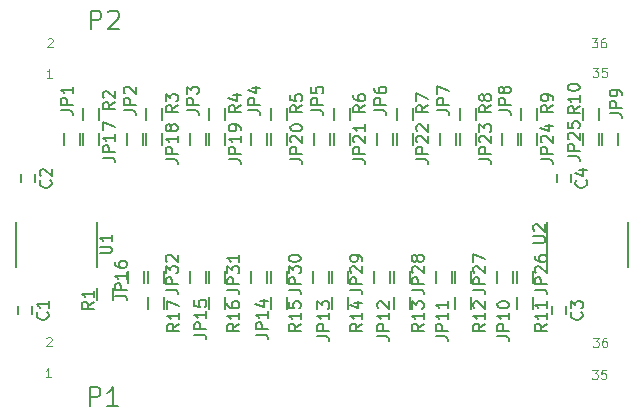
<source format=gbr>
G04 #@! TF.FileFunction,Legend,Top*
%FSLAX46Y46*%
G04 Gerber Fmt 4.6, Leading zero omitted, Abs format (unit mm)*
G04 Created by KiCad (PCBNEW 4.0.2+dfsg1-stable) date Thu 26 Jul 2018 23:23:47 BST*
%MOMM*%
G01*
G04 APERTURE LIST*
%ADD10C,0.100000*%
%ADD11C,0.097536*%
%ADD12C,0.150000*%
%ADD13C,0.152400*%
%ADD14C,0.198120*%
G04 APERTURE END LIST*
D10*
D11*
X171171689Y-118710770D02*
X171649692Y-118710770D01*
X171392306Y-119004927D01*
X171502614Y-119004927D01*
X171576153Y-119041696D01*
X171612923Y-119078466D01*
X171649692Y-119152005D01*
X171649692Y-119335852D01*
X171612923Y-119409391D01*
X171576153Y-119446161D01*
X171502614Y-119482930D01*
X171281997Y-119482930D01*
X171208458Y-119446161D01*
X171171689Y-119409391D01*
X172348313Y-118710770D02*
X171980618Y-118710770D01*
X171943848Y-119078466D01*
X171980618Y-119041696D01*
X172054157Y-119004927D01*
X172238004Y-119004927D01*
X172311543Y-119041696D01*
X172348313Y-119078466D01*
X172385082Y-119152005D01*
X172385082Y-119335852D01*
X172348313Y-119409391D01*
X172311543Y-119446161D01*
X172238004Y-119482930D01*
X172054157Y-119482930D01*
X171980618Y-119446161D01*
X171943848Y-119409391D01*
X124981063Y-116025870D02*
X125017833Y-115989100D01*
X125091372Y-115952330D01*
X125275219Y-115952330D01*
X125348758Y-115989100D01*
X125385528Y-116025870D01*
X125422297Y-116099409D01*
X125422297Y-116172948D01*
X125385528Y-116283256D01*
X124944294Y-116724490D01*
X125422297Y-116724490D01*
X125361337Y-119327990D02*
X124920103Y-119327990D01*
X125140720Y-119327990D02*
X125140720Y-118555830D01*
X125067181Y-118666139D01*
X124993642Y-118739678D01*
X124920103Y-118776448D01*
X125462937Y-93994030D02*
X125021703Y-93994030D01*
X125242320Y-93994030D02*
X125242320Y-93221870D01*
X125168781Y-93332179D01*
X125095242Y-93405718D01*
X125021703Y-93442488D01*
X125082663Y-90691910D02*
X125119433Y-90655140D01*
X125192972Y-90618370D01*
X125376819Y-90618370D01*
X125450358Y-90655140D01*
X125487128Y-90691910D01*
X125523897Y-90765449D01*
X125523897Y-90838988D01*
X125487128Y-90949296D01*
X125045894Y-91390530D01*
X125523897Y-91390530D01*
X171153909Y-90636150D02*
X171631912Y-90636150D01*
X171374526Y-90930307D01*
X171484834Y-90930307D01*
X171558373Y-90967076D01*
X171595143Y-91003846D01*
X171631912Y-91077385D01*
X171631912Y-91261232D01*
X171595143Y-91334771D01*
X171558373Y-91371541D01*
X171484834Y-91408310D01*
X171264217Y-91408310D01*
X171190678Y-91371541D01*
X171153909Y-91334771D01*
X172293763Y-90636150D02*
X172146685Y-90636150D01*
X172073146Y-90672920D01*
X172036377Y-90709690D01*
X171962838Y-90819998D01*
X171926068Y-90967076D01*
X171926068Y-91261232D01*
X171962838Y-91334771D01*
X171999607Y-91371541D01*
X172073146Y-91408310D01*
X172220224Y-91408310D01*
X172293763Y-91371541D01*
X172330533Y-91334771D01*
X172367302Y-91261232D01*
X172367302Y-91077385D01*
X172330533Y-91003846D01*
X172293763Y-90967076D01*
X172220224Y-90930307D01*
X172073146Y-90930307D01*
X171999607Y-90967076D01*
X171962838Y-91003846D01*
X171926068Y-91077385D01*
X171230109Y-93150750D02*
X171708112Y-93150750D01*
X171450726Y-93444907D01*
X171561034Y-93444907D01*
X171634573Y-93481676D01*
X171671343Y-93518446D01*
X171708112Y-93591985D01*
X171708112Y-93775832D01*
X171671343Y-93849371D01*
X171634573Y-93886141D01*
X171561034Y-93922910D01*
X171340417Y-93922910D01*
X171266878Y-93886141D01*
X171230109Y-93849371D01*
X172406733Y-93150750D02*
X172039038Y-93150750D01*
X172002268Y-93518446D01*
X172039038Y-93481676D01*
X172112577Y-93444907D01*
X172296424Y-93444907D01*
X172369963Y-93481676D01*
X172406733Y-93518446D01*
X172443502Y-93591985D01*
X172443502Y-93775832D01*
X172406733Y-93849371D01*
X172369963Y-93886141D01*
X172296424Y-93922910D01*
X172112577Y-93922910D01*
X172039038Y-93886141D01*
X172002268Y-93849371D01*
X171255509Y-116010750D02*
X171733512Y-116010750D01*
X171476126Y-116304907D01*
X171586434Y-116304907D01*
X171659973Y-116341676D01*
X171696743Y-116378446D01*
X171733512Y-116451985D01*
X171733512Y-116635832D01*
X171696743Y-116709371D01*
X171659973Y-116746141D01*
X171586434Y-116782910D01*
X171365817Y-116782910D01*
X171292278Y-116746141D01*
X171255509Y-116709371D01*
X172395363Y-116010750D02*
X172248285Y-116010750D01*
X172174746Y-116047520D01*
X172137977Y-116084290D01*
X172064438Y-116194598D01*
X172027668Y-116341676D01*
X172027668Y-116635832D01*
X172064438Y-116709371D01*
X172101207Y-116746141D01*
X172174746Y-116782910D01*
X172321824Y-116782910D01*
X172395363Y-116746141D01*
X172432133Y-116709371D01*
X172468902Y-116635832D01*
X172468902Y-116451985D01*
X172432133Y-116378446D01*
X172395363Y-116341676D01*
X172321824Y-116304907D01*
X172174746Y-116304907D01*
X172101207Y-116341676D01*
X172064438Y-116378446D01*
X172027668Y-116451985D01*
D12*
X123790000Y-113315000D02*
X123790000Y-114015000D01*
X122590000Y-114015000D02*
X122590000Y-113315000D01*
X122844000Y-102839000D02*
X122844000Y-102139000D01*
X124044000Y-102139000D02*
X124044000Y-102839000D01*
X169002000Y-113315000D02*
X169002000Y-114015000D01*
X167802000Y-114015000D02*
X167802000Y-113315000D01*
X168183000Y-102839000D02*
X168183000Y-102139000D01*
X169383000Y-102139000D02*
X169383000Y-102839000D01*
X127802000Y-98687000D02*
X127802000Y-99687000D01*
X126452000Y-99687000D02*
X126452000Y-98687000D01*
X133136000Y-98687000D02*
X133136000Y-99687000D01*
X131786000Y-99687000D02*
X131786000Y-98687000D01*
X138470000Y-98687000D02*
X138470000Y-99687000D01*
X137120000Y-99687000D02*
X137120000Y-98687000D01*
X143677000Y-98687000D02*
X143677000Y-99687000D01*
X142327000Y-99687000D02*
X142327000Y-98687000D01*
X149011000Y-98687000D02*
X149011000Y-99687000D01*
X147661000Y-99687000D02*
X147661000Y-98687000D01*
X154345000Y-98687000D02*
X154345000Y-99687000D01*
X152995000Y-99687000D02*
X152995000Y-98687000D01*
X159679000Y-98687000D02*
X159679000Y-99687000D01*
X158329000Y-99687000D02*
X158329000Y-98687000D01*
X164886000Y-98687000D02*
X164886000Y-99687000D01*
X163536000Y-99687000D02*
X163536000Y-98687000D01*
X173395000Y-98687000D02*
X173395000Y-99687000D01*
X172045000Y-99687000D02*
X172045000Y-98687000D01*
X164505000Y-110371000D02*
X164505000Y-111371000D01*
X163155000Y-111371000D02*
X163155000Y-110371000D01*
X159298000Y-110371000D02*
X159298000Y-111371000D01*
X157948000Y-111371000D02*
X157948000Y-110371000D01*
X154091000Y-110371000D02*
X154091000Y-111371000D01*
X152741000Y-111371000D02*
X152741000Y-110371000D01*
X148884000Y-110371000D02*
X148884000Y-111371000D01*
X147534000Y-111371000D02*
X147534000Y-110371000D01*
X143677000Y-110371000D02*
X143677000Y-111371000D01*
X142327000Y-111371000D02*
X142327000Y-110371000D01*
X138470000Y-110371000D02*
X138470000Y-111371000D01*
X137120000Y-111371000D02*
X137120000Y-110371000D01*
X133263000Y-110371000D02*
X133263000Y-111371000D01*
X131913000Y-111371000D02*
X131913000Y-110371000D01*
X129453000Y-98687000D02*
X129453000Y-99687000D01*
X128103000Y-99687000D02*
X128103000Y-98687000D01*
X134787000Y-98687000D02*
X134787000Y-99687000D01*
X133437000Y-99687000D02*
X133437000Y-98687000D01*
X140121000Y-98687000D02*
X140121000Y-99687000D01*
X138771000Y-99687000D02*
X138771000Y-98687000D01*
X145328000Y-98687000D02*
X145328000Y-99687000D01*
X143978000Y-99687000D02*
X143978000Y-98687000D01*
X150662000Y-98687000D02*
X150662000Y-99687000D01*
X149312000Y-99687000D02*
X149312000Y-98687000D01*
X155996000Y-98687000D02*
X155996000Y-99687000D01*
X154646000Y-99687000D02*
X154646000Y-98687000D01*
X161330000Y-98687000D02*
X161330000Y-99687000D01*
X159980000Y-99687000D02*
X159980000Y-98687000D01*
X166537000Y-98687000D02*
X166537000Y-99687000D01*
X165187000Y-99687000D02*
X165187000Y-98687000D01*
X171744000Y-98687000D02*
X171744000Y-99687000D01*
X170394000Y-99687000D02*
X170394000Y-98687000D01*
X164806000Y-111371000D02*
X164806000Y-110371000D01*
X166156000Y-110371000D02*
X166156000Y-111371000D01*
X159599000Y-111371000D02*
X159599000Y-110371000D01*
X160949000Y-110371000D02*
X160949000Y-111371000D01*
X154392000Y-111371000D02*
X154392000Y-110371000D01*
X155742000Y-110371000D02*
X155742000Y-111371000D01*
X149185000Y-111371000D02*
X149185000Y-110371000D01*
X150535000Y-110371000D02*
X150535000Y-111371000D01*
X143978000Y-111371000D02*
X143978000Y-110371000D01*
X145328000Y-110371000D02*
X145328000Y-111371000D01*
X138771000Y-111371000D02*
X138771000Y-110371000D01*
X140121000Y-110371000D02*
X140121000Y-111371000D01*
X133564000Y-111371000D02*
X133564000Y-110371000D01*
X134914000Y-110371000D02*
X134914000Y-111371000D01*
X129246000Y-112768000D02*
X129246000Y-111768000D01*
X130596000Y-111768000D02*
X130596000Y-112768000D01*
X128103000Y-97528000D02*
X128103000Y-96528000D01*
X129453000Y-96528000D02*
X129453000Y-97528000D01*
X133437000Y-97528000D02*
X133437000Y-96528000D01*
X134787000Y-96528000D02*
X134787000Y-97528000D01*
X138771000Y-97528000D02*
X138771000Y-96528000D01*
X140121000Y-96528000D02*
X140121000Y-97528000D01*
X143978000Y-97528000D02*
X143978000Y-96528000D01*
X145328000Y-96528000D02*
X145328000Y-97528000D01*
X149312000Y-97528000D02*
X149312000Y-96528000D01*
X150662000Y-96528000D02*
X150662000Y-97528000D01*
X154646000Y-97528000D02*
X154646000Y-96528000D01*
X155996000Y-96528000D02*
X155996000Y-97528000D01*
X159980000Y-97528000D02*
X159980000Y-96528000D01*
X161330000Y-96528000D02*
X161330000Y-97528000D01*
X165187000Y-97528000D02*
X165187000Y-96528000D01*
X166537000Y-96528000D02*
X166537000Y-97528000D01*
X170394000Y-97528000D02*
X170394000Y-96528000D01*
X171744000Y-96528000D02*
X171744000Y-97528000D01*
X166156000Y-112530000D02*
X166156000Y-113530000D01*
X164806000Y-113530000D02*
X164806000Y-112530000D01*
X160949000Y-112530000D02*
X160949000Y-113530000D01*
X159599000Y-113530000D02*
X159599000Y-112530000D01*
X155742000Y-112530000D02*
X155742000Y-113530000D01*
X154392000Y-113530000D02*
X154392000Y-112530000D01*
X150535000Y-112530000D02*
X150535000Y-113530000D01*
X149185000Y-113530000D02*
X149185000Y-112530000D01*
X145328000Y-112530000D02*
X145328000Y-113530000D01*
X143978000Y-113530000D02*
X143978000Y-112530000D01*
X140121000Y-112530000D02*
X140121000Y-113530000D01*
X138771000Y-113530000D02*
X138771000Y-112530000D01*
X134914000Y-112530000D02*
X134914000Y-113530000D01*
X133564000Y-113530000D02*
X133564000Y-112530000D01*
D13*
X129286000Y-109992564D02*
X129286000Y-106161449D01*
X122428000Y-106161436D02*
X122428000Y-109992551D01*
X174244000Y-109992564D02*
X174244000Y-106161449D01*
X167386000Y-106161436D02*
X167386000Y-109992551D01*
D14*
X128656654Y-121758317D02*
X128656654Y-120189867D01*
X129254159Y-120189867D01*
X129403535Y-120264555D01*
X129478224Y-120339243D01*
X129552912Y-120488619D01*
X129552912Y-120712684D01*
X129478224Y-120862060D01*
X129403535Y-120936748D01*
X129254159Y-121011436D01*
X128656654Y-121011436D01*
X131046674Y-121758317D02*
X130150416Y-121758317D01*
X130598545Y-121758317D02*
X130598545Y-120189867D01*
X130449169Y-120413931D01*
X130299793Y-120563307D01*
X130150416Y-120637995D01*
D12*
D14*
X128737934Y-89858457D02*
X128737934Y-88290007D01*
X129335439Y-88290007D01*
X129484815Y-88364695D01*
X129559504Y-88439383D01*
X129634192Y-88588759D01*
X129634192Y-88812824D01*
X129559504Y-88962200D01*
X129484815Y-89036888D01*
X129335439Y-89111576D01*
X128737934Y-89111576D01*
X130231696Y-88439383D02*
X130306384Y-88364695D01*
X130455761Y-88290007D01*
X130829201Y-88290007D01*
X130978577Y-88364695D01*
X131053265Y-88439383D01*
X131127954Y-88588759D01*
X131127954Y-88738135D01*
X131053265Y-88962200D01*
X130157008Y-89858457D01*
X131127954Y-89858457D01*
D12*
X125071143Y-113831666D02*
X125118762Y-113879285D01*
X125166381Y-114022142D01*
X125166381Y-114117380D01*
X125118762Y-114260238D01*
X125023524Y-114355476D01*
X124928286Y-114403095D01*
X124737810Y-114450714D01*
X124594952Y-114450714D01*
X124404476Y-114403095D01*
X124309238Y-114355476D01*
X124214000Y-114260238D01*
X124166381Y-114117380D01*
X124166381Y-114022142D01*
X124214000Y-113879285D01*
X124261619Y-113831666D01*
X125166381Y-112879285D02*
X125166381Y-113450714D01*
X125166381Y-113165000D02*
X124166381Y-113165000D01*
X124309238Y-113260238D01*
X124404476Y-113355476D01*
X124452095Y-113450714D01*
X125325143Y-102655666D02*
X125372762Y-102703285D01*
X125420381Y-102846142D01*
X125420381Y-102941380D01*
X125372762Y-103084238D01*
X125277524Y-103179476D01*
X125182286Y-103227095D01*
X124991810Y-103274714D01*
X124848952Y-103274714D01*
X124658476Y-103227095D01*
X124563238Y-103179476D01*
X124468000Y-103084238D01*
X124420381Y-102941380D01*
X124420381Y-102846142D01*
X124468000Y-102703285D01*
X124515619Y-102655666D01*
X124515619Y-102274714D02*
X124468000Y-102227095D01*
X124420381Y-102131857D01*
X124420381Y-101893761D01*
X124468000Y-101798523D01*
X124515619Y-101750904D01*
X124610857Y-101703285D01*
X124706095Y-101703285D01*
X124848952Y-101750904D01*
X125420381Y-102322333D01*
X125420381Y-101703285D01*
X170283143Y-113831666D02*
X170330762Y-113879285D01*
X170378381Y-114022142D01*
X170378381Y-114117380D01*
X170330762Y-114260238D01*
X170235524Y-114355476D01*
X170140286Y-114403095D01*
X169949810Y-114450714D01*
X169806952Y-114450714D01*
X169616476Y-114403095D01*
X169521238Y-114355476D01*
X169426000Y-114260238D01*
X169378381Y-114117380D01*
X169378381Y-114022142D01*
X169426000Y-113879285D01*
X169473619Y-113831666D01*
X169378381Y-113498333D02*
X169378381Y-112879285D01*
X169759333Y-113212619D01*
X169759333Y-113069761D01*
X169806952Y-112974523D01*
X169854571Y-112926904D01*
X169949810Y-112879285D01*
X170187905Y-112879285D01*
X170283143Y-112926904D01*
X170330762Y-112974523D01*
X170378381Y-113069761D01*
X170378381Y-113355476D01*
X170330762Y-113450714D01*
X170283143Y-113498333D01*
X170664143Y-102655666D02*
X170711762Y-102703285D01*
X170759381Y-102846142D01*
X170759381Y-102941380D01*
X170711762Y-103084238D01*
X170616524Y-103179476D01*
X170521286Y-103227095D01*
X170330810Y-103274714D01*
X170187952Y-103274714D01*
X169997476Y-103227095D01*
X169902238Y-103179476D01*
X169807000Y-103084238D01*
X169759381Y-102941380D01*
X169759381Y-102846142D01*
X169807000Y-102703285D01*
X169854619Y-102655666D01*
X170092714Y-101798523D02*
X170759381Y-101798523D01*
X169711762Y-102036619D02*
X170426048Y-102274714D01*
X170426048Y-101655666D01*
X126198381Y-96718333D02*
X126912667Y-96718333D01*
X127055524Y-96765953D01*
X127150762Y-96861191D01*
X127198381Y-97004048D01*
X127198381Y-97099286D01*
X127198381Y-96242143D02*
X126198381Y-96242143D01*
X126198381Y-95861190D01*
X126246000Y-95765952D01*
X126293619Y-95718333D01*
X126388857Y-95670714D01*
X126531714Y-95670714D01*
X126626952Y-95718333D01*
X126674571Y-95765952D01*
X126722190Y-95861190D01*
X126722190Y-96242143D01*
X127198381Y-94718333D02*
X127198381Y-95289762D01*
X127198381Y-95004048D02*
X126198381Y-95004048D01*
X126341238Y-95099286D01*
X126436476Y-95194524D01*
X126484095Y-95289762D01*
X131532381Y-96718333D02*
X132246667Y-96718333D01*
X132389524Y-96765953D01*
X132484762Y-96861191D01*
X132532381Y-97004048D01*
X132532381Y-97099286D01*
X132532381Y-96242143D02*
X131532381Y-96242143D01*
X131532381Y-95861190D01*
X131580000Y-95765952D01*
X131627619Y-95718333D01*
X131722857Y-95670714D01*
X131865714Y-95670714D01*
X131960952Y-95718333D01*
X132008571Y-95765952D01*
X132056190Y-95861190D01*
X132056190Y-96242143D01*
X131627619Y-95289762D02*
X131580000Y-95242143D01*
X131532381Y-95146905D01*
X131532381Y-94908809D01*
X131580000Y-94813571D01*
X131627619Y-94765952D01*
X131722857Y-94718333D01*
X131818095Y-94718333D01*
X131960952Y-94765952D01*
X132532381Y-95337381D01*
X132532381Y-94718333D01*
X136866381Y-96718333D02*
X137580667Y-96718333D01*
X137723524Y-96765953D01*
X137818762Y-96861191D01*
X137866381Y-97004048D01*
X137866381Y-97099286D01*
X137866381Y-96242143D02*
X136866381Y-96242143D01*
X136866381Y-95861190D01*
X136914000Y-95765952D01*
X136961619Y-95718333D01*
X137056857Y-95670714D01*
X137199714Y-95670714D01*
X137294952Y-95718333D01*
X137342571Y-95765952D01*
X137390190Y-95861190D01*
X137390190Y-96242143D01*
X136866381Y-95337381D02*
X136866381Y-94718333D01*
X137247333Y-95051667D01*
X137247333Y-94908809D01*
X137294952Y-94813571D01*
X137342571Y-94765952D01*
X137437810Y-94718333D01*
X137675905Y-94718333D01*
X137771143Y-94765952D01*
X137818762Y-94813571D01*
X137866381Y-94908809D01*
X137866381Y-95194524D01*
X137818762Y-95289762D01*
X137771143Y-95337381D01*
X142073381Y-96718333D02*
X142787667Y-96718333D01*
X142930524Y-96765953D01*
X143025762Y-96861191D01*
X143073381Y-97004048D01*
X143073381Y-97099286D01*
X143073381Y-96242143D02*
X142073381Y-96242143D01*
X142073381Y-95861190D01*
X142121000Y-95765952D01*
X142168619Y-95718333D01*
X142263857Y-95670714D01*
X142406714Y-95670714D01*
X142501952Y-95718333D01*
X142549571Y-95765952D01*
X142597190Y-95861190D01*
X142597190Y-96242143D01*
X142406714Y-94813571D02*
X143073381Y-94813571D01*
X142025762Y-95051667D02*
X142740048Y-95289762D01*
X142740048Y-94670714D01*
X147407381Y-96718333D02*
X148121667Y-96718333D01*
X148264524Y-96765953D01*
X148359762Y-96861191D01*
X148407381Y-97004048D01*
X148407381Y-97099286D01*
X148407381Y-96242143D02*
X147407381Y-96242143D01*
X147407381Y-95861190D01*
X147455000Y-95765952D01*
X147502619Y-95718333D01*
X147597857Y-95670714D01*
X147740714Y-95670714D01*
X147835952Y-95718333D01*
X147883571Y-95765952D01*
X147931190Y-95861190D01*
X147931190Y-96242143D01*
X147407381Y-94765952D02*
X147407381Y-95242143D01*
X147883571Y-95289762D01*
X147835952Y-95242143D01*
X147788333Y-95146905D01*
X147788333Y-94908809D01*
X147835952Y-94813571D01*
X147883571Y-94765952D01*
X147978810Y-94718333D01*
X148216905Y-94718333D01*
X148312143Y-94765952D01*
X148359762Y-94813571D01*
X148407381Y-94908809D01*
X148407381Y-95146905D01*
X148359762Y-95242143D01*
X148312143Y-95289762D01*
X152741381Y-96718333D02*
X153455667Y-96718333D01*
X153598524Y-96765953D01*
X153693762Y-96861191D01*
X153741381Y-97004048D01*
X153741381Y-97099286D01*
X153741381Y-96242143D02*
X152741381Y-96242143D01*
X152741381Y-95861190D01*
X152789000Y-95765952D01*
X152836619Y-95718333D01*
X152931857Y-95670714D01*
X153074714Y-95670714D01*
X153169952Y-95718333D01*
X153217571Y-95765952D01*
X153265190Y-95861190D01*
X153265190Y-96242143D01*
X152741381Y-94813571D02*
X152741381Y-95004048D01*
X152789000Y-95099286D01*
X152836619Y-95146905D01*
X152979476Y-95242143D01*
X153169952Y-95289762D01*
X153550905Y-95289762D01*
X153646143Y-95242143D01*
X153693762Y-95194524D01*
X153741381Y-95099286D01*
X153741381Y-94908809D01*
X153693762Y-94813571D01*
X153646143Y-94765952D01*
X153550905Y-94718333D01*
X153312810Y-94718333D01*
X153217571Y-94765952D01*
X153169952Y-94813571D01*
X153122333Y-94908809D01*
X153122333Y-95099286D01*
X153169952Y-95194524D01*
X153217571Y-95242143D01*
X153312810Y-95289762D01*
X158075381Y-96718333D02*
X158789667Y-96718333D01*
X158932524Y-96765953D01*
X159027762Y-96861191D01*
X159075381Y-97004048D01*
X159075381Y-97099286D01*
X159075381Y-96242143D02*
X158075381Y-96242143D01*
X158075381Y-95861190D01*
X158123000Y-95765952D01*
X158170619Y-95718333D01*
X158265857Y-95670714D01*
X158408714Y-95670714D01*
X158503952Y-95718333D01*
X158551571Y-95765952D01*
X158599190Y-95861190D01*
X158599190Y-96242143D01*
X158075381Y-95337381D02*
X158075381Y-94670714D01*
X159075381Y-95099286D01*
X163282381Y-96718333D02*
X163996667Y-96718333D01*
X164139524Y-96765953D01*
X164234762Y-96861191D01*
X164282381Y-97004048D01*
X164282381Y-97099286D01*
X164282381Y-96242143D02*
X163282381Y-96242143D01*
X163282381Y-95861190D01*
X163330000Y-95765952D01*
X163377619Y-95718333D01*
X163472857Y-95670714D01*
X163615714Y-95670714D01*
X163710952Y-95718333D01*
X163758571Y-95765952D01*
X163806190Y-95861190D01*
X163806190Y-96242143D01*
X163710952Y-95099286D02*
X163663333Y-95194524D01*
X163615714Y-95242143D01*
X163520476Y-95289762D01*
X163472857Y-95289762D01*
X163377619Y-95242143D01*
X163330000Y-95194524D01*
X163282381Y-95099286D01*
X163282381Y-94908809D01*
X163330000Y-94813571D01*
X163377619Y-94765952D01*
X163472857Y-94718333D01*
X163520476Y-94718333D01*
X163615714Y-94765952D01*
X163663333Y-94813571D01*
X163710952Y-94908809D01*
X163710952Y-95099286D01*
X163758571Y-95194524D01*
X163806190Y-95242143D01*
X163901429Y-95289762D01*
X164091905Y-95289762D01*
X164187143Y-95242143D01*
X164234762Y-95194524D01*
X164282381Y-95099286D01*
X164282381Y-94908809D01*
X164234762Y-94813571D01*
X164187143Y-94765952D01*
X164091905Y-94718333D01*
X163901429Y-94718333D01*
X163806190Y-94765952D01*
X163758571Y-94813571D01*
X163710952Y-94908809D01*
X172680381Y-96972333D02*
X173394667Y-96972333D01*
X173537524Y-97019953D01*
X173632762Y-97115191D01*
X173680381Y-97258048D01*
X173680381Y-97353286D01*
X173680381Y-96496143D02*
X172680381Y-96496143D01*
X172680381Y-96115190D01*
X172728000Y-96019952D01*
X172775619Y-95972333D01*
X172870857Y-95924714D01*
X173013714Y-95924714D01*
X173108952Y-95972333D01*
X173156571Y-96019952D01*
X173204190Y-96115190D01*
X173204190Y-96496143D01*
X173680381Y-95448524D02*
X173680381Y-95258048D01*
X173632762Y-95162809D01*
X173585143Y-95115190D01*
X173442286Y-95019952D01*
X173251810Y-94972333D01*
X172870857Y-94972333D01*
X172775619Y-95019952D01*
X172728000Y-95067571D01*
X172680381Y-95162809D01*
X172680381Y-95353286D01*
X172728000Y-95448524D01*
X172775619Y-95496143D01*
X172870857Y-95543762D01*
X173108952Y-95543762D01*
X173204190Y-95496143D01*
X173251810Y-95448524D01*
X173299429Y-95353286D01*
X173299429Y-95162809D01*
X173251810Y-95067571D01*
X173204190Y-95019952D01*
X173108952Y-94972333D01*
X163155381Y-115863523D02*
X163869667Y-115863523D01*
X164012524Y-115911143D01*
X164107762Y-116006381D01*
X164155381Y-116149238D01*
X164155381Y-116244476D01*
X164155381Y-115387333D02*
X163155381Y-115387333D01*
X163155381Y-115006380D01*
X163203000Y-114911142D01*
X163250619Y-114863523D01*
X163345857Y-114815904D01*
X163488714Y-114815904D01*
X163583952Y-114863523D01*
X163631571Y-114911142D01*
X163679190Y-115006380D01*
X163679190Y-115387333D01*
X164155381Y-113863523D02*
X164155381Y-114434952D01*
X164155381Y-114149238D02*
X163155381Y-114149238D01*
X163298238Y-114244476D01*
X163393476Y-114339714D01*
X163441095Y-114434952D01*
X163155381Y-113244476D02*
X163155381Y-113149237D01*
X163203000Y-113053999D01*
X163250619Y-113006380D01*
X163345857Y-112958761D01*
X163536333Y-112911142D01*
X163774429Y-112911142D01*
X163964905Y-112958761D01*
X164060143Y-113006380D01*
X164107762Y-113053999D01*
X164155381Y-113149237D01*
X164155381Y-113244476D01*
X164107762Y-113339714D01*
X164060143Y-113387333D01*
X163964905Y-113434952D01*
X163774429Y-113482571D01*
X163536333Y-113482571D01*
X163345857Y-113434952D01*
X163250619Y-113387333D01*
X163203000Y-113339714D01*
X163155381Y-113244476D01*
X157948381Y-115863523D02*
X158662667Y-115863523D01*
X158805524Y-115911143D01*
X158900762Y-116006381D01*
X158948381Y-116149238D01*
X158948381Y-116244476D01*
X158948381Y-115387333D02*
X157948381Y-115387333D01*
X157948381Y-115006380D01*
X157996000Y-114911142D01*
X158043619Y-114863523D01*
X158138857Y-114815904D01*
X158281714Y-114815904D01*
X158376952Y-114863523D01*
X158424571Y-114911142D01*
X158472190Y-115006380D01*
X158472190Y-115387333D01*
X158948381Y-113863523D02*
X158948381Y-114434952D01*
X158948381Y-114149238D02*
X157948381Y-114149238D01*
X158091238Y-114244476D01*
X158186476Y-114339714D01*
X158234095Y-114434952D01*
X158948381Y-112911142D02*
X158948381Y-113482571D01*
X158948381Y-113196857D02*
X157948381Y-113196857D01*
X158091238Y-113292095D01*
X158186476Y-113387333D01*
X158234095Y-113482571D01*
X152995381Y-115863523D02*
X153709667Y-115863523D01*
X153852524Y-115911143D01*
X153947762Y-116006381D01*
X153995381Y-116149238D01*
X153995381Y-116244476D01*
X153995381Y-115387333D02*
X152995381Y-115387333D01*
X152995381Y-115006380D01*
X153043000Y-114911142D01*
X153090619Y-114863523D01*
X153185857Y-114815904D01*
X153328714Y-114815904D01*
X153423952Y-114863523D01*
X153471571Y-114911142D01*
X153519190Y-115006380D01*
X153519190Y-115387333D01*
X153995381Y-113863523D02*
X153995381Y-114434952D01*
X153995381Y-114149238D02*
X152995381Y-114149238D01*
X153138238Y-114244476D01*
X153233476Y-114339714D01*
X153281095Y-114434952D01*
X153090619Y-113482571D02*
X153043000Y-113434952D01*
X152995381Y-113339714D01*
X152995381Y-113101618D01*
X153043000Y-113006380D01*
X153090619Y-112958761D01*
X153185857Y-112911142D01*
X153281095Y-112911142D01*
X153423952Y-112958761D01*
X153995381Y-113530190D01*
X153995381Y-112911142D01*
X147915381Y-115863523D02*
X148629667Y-115863523D01*
X148772524Y-115911143D01*
X148867762Y-116006381D01*
X148915381Y-116149238D01*
X148915381Y-116244476D01*
X148915381Y-115387333D02*
X147915381Y-115387333D01*
X147915381Y-115006380D01*
X147963000Y-114911142D01*
X148010619Y-114863523D01*
X148105857Y-114815904D01*
X148248714Y-114815904D01*
X148343952Y-114863523D01*
X148391571Y-114911142D01*
X148439190Y-115006380D01*
X148439190Y-115387333D01*
X148915381Y-113863523D02*
X148915381Y-114434952D01*
X148915381Y-114149238D02*
X147915381Y-114149238D01*
X148058238Y-114244476D01*
X148153476Y-114339714D01*
X148201095Y-114434952D01*
X147915381Y-113530190D02*
X147915381Y-112911142D01*
X148296333Y-113244476D01*
X148296333Y-113101618D01*
X148343952Y-113006380D01*
X148391571Y-112958761D01*
X148486810Y-112911142D01*
X148724905Y-112911142D01*
X148820143Y-112958761D01*
X148867762Y-113006380D01*
X148915381Y-113101618D01*
X148915381Y-113387333D01*
X148867762Y-113482571D01*
X148820143Y-113530190D01*
X142708381Y-115736523D02*
X143422667Y-115736523D01*
X143565524Y-115784143D01*
X143660762Y-115879381D01*
X143708381Y-116022238D01*
X143708381Y-116117476D01*
X143708381Y-115260333D02*
X142708381Y-115260333D01*
X142708381Y-114879380D01*
X142756000Y-114784142D01*
X142803619Y-114736523D01*
X142898857Y-114688904D01*
X143041714Y-114688904D01*
X143136952Y-114736523D01*
X143184571Y-114784142D01*
X143232190Y-114879380D01*
X143232190Y-115260333D01*
X143708381Y-113736523D02*
X143708381Y-114307952D01*
X143708381Y-114022238D02*
X142708381Y-114022238D01*
X142851238Y-114117476D01*
X142946476Y-114212714D01*
X142994095Y-114307952D01*
X143041714Y-112879380D02*
X143708381Y-112879380D01*
X142660762Y-113117476D02*
X143375048Y-113355571D01*
X143375048Y-112736523D01*
X137501381Y-115736523D02*
X138215667Y-115736523D01*
X138358524Y-115784143D01*
X138453762Y-115879381D01*
X138501381Y-116022238D01*
X138501381Y-116117476D01*
X138501381Y-115260333D02*
X137501381Y-115260333D01*
X137501381Y-114879380D01*
X137549000Y-114784142D01*
X137596619Y-114736523D01*
X137691857Y-114688904D01*
X137834714Y-114688904D01*
X137929952Y-114736523D01*
X137977571Y-114784142D01*
X138025190Y-114879380D01*
X138025190Y-115260333D01*
X138501381Y-113736523D02*
X138501381Y-114307952D01*
X138501381Y-114022238D02*
X137501381Y-114022238D01*
X137644238Y-114117476D01*
X137739476Y-114212714D01*
X137787095Y-114307952D01*
X137501381Y-112831761D02*
X137501381Y-113307952D01*
X137977571Y-113355571D01*
X137929952Y-113307952D01*
X137882333Y-113212714D01*
X137882333Y-112974618D01*
X137929952Y-112879380D01*
X137977571Y-112831761D01*
X138072810Y-112784142D01*
X138310905Y-112784142D01*
X138406143Y-112831761D01*
X138453762Y-112879380D01*
X138501381Y-112974618D01*
X138501381Y-113212714D01*
X138453762Y-113307952D01*
X138406143Y-113355571D01*
X130770381Y-112434523D02*
X131484667Y-112434523D01*
X131627524Y-112482143D01*
X131722762Y-112577381D01*
X131770381Y-112720238D01*
X131770381Y-112815476D01*
X131770381Y-111958333D02*
X130770381Y-111958333D01*
X130770381Y-111577380D01*
X130818000Y-111482142D01*
X130865619Y-111434523D01*
X130960857Y-111386904D01*
X131103714Y-111386904D01*
X131198952Y-111434523D01*
X131246571Y-111482142D01*
X131294190Y-111577380D01*
X131294190Y-111958333D01*
X131770381Y-110434523D02*
X131770381Y-111005952D01*
X131770381Y-110720238D02*
X130770381Y-110720238D01*
X130913238Y-110815476D01*
X131008476Y-110910714D01*
X131056095Y-111005952D01*
X130770381Y-109577380D02*
X130770381Y-109767857D01*
X130818000Y-109863095D01*
X130865619Y-109910714D01*
X131008476Y-110005952D01*
X131198952Y-110053571D01*
X131579905Y-110053571D01*
X131675143Y-110005952D01*
X131722762Y-109958333D01*
X131770381Y-109863095D01*
X131770381Y-109672618D01*
X131722762Y-109577380D01*
X131675143Y-109529761D01*
X131579905Y-109482142D01*
X131341810Y-109482142D01*
X131246571Y-109529761D01*
X131198952Y-109577380D01*
X131151333Y-109672618D01*
X131151333Y-109863095D01*
X131198952Y-109958333D01*
X131246571Y-110005952D01*
X131341810Y-110053571D01*
X129754381Y-100750523D02*
X130468667Y-100750523D01*
X130611524Y-100798143D01*
X130706762Y-100893381D01*
X130754381Y-101036238D01*
X130754381Y-101131476D01*
X130754381Y-100274333D02*
X129754381Y-100274333D01*
X129754381Y-99893380D01*
X129802000Y-99798142D01*
X129849619Y-99750523D01*
X129944857Y-99702904D01*
X130087714Y-99702904D01*
X130182952Y-99750523D01*
X130230571Y-99798142D01*
X130278190Y-99893380D01*
X130278190Y-100274333D01*
X130754381Y-98750523D02*
X130754381Y-99321952D01*
X130754381Y-99036238D02*
X129754381Y-99036238D01*
X129897238Y-99131476D01*
X129992476Y-99226714D01*
X130040095Y-99321952D01*
X129754381Y-98417190D02*
X129754381Y-97750523D01*
X130754381Y-98179095D01*
X135088381Y-100877523D02*
X135802667Y-100877523D01*
X135945524Y-100925143D01*
X136040762Y-101020381D01*
X136088381Y-101163238D01*
X136088381Y-101258476D01*
X136088381Y-100401333D02*
X135088381Y-100401333D01*
X135088381Y-100020380D01*
X135136000Y-99925142D01*
X135183619Y-99877523D01*
X135278857Y-99829904D01*
X135421714Y-99829904D01*
X135516952Y-99877523D01*
X135564571Y-99925142D01*
X135612190Y-100020380D01*
X135612190Y-100401333D01*
X136088381Y-98877523D02*
X136088381Y-99448952D01*
X136088381Y-99163238D02*
X135088381Y-99163238D01*
X135231238Y-99258476D01*
X135326476Y-99353714D01*
X135374095Y-99448952D01*
X135516952Y-98306095D02*
X135469333Y-98401333D01*
X135421714Y-98448952D01*
X135326476Y-98496571D01*
X135278857Y-98496571D01*
X135183619Y-98448952D01*
X135136000Y-98401333D01*
X135088381Y-98306095D01*
X135088381Y-98115618D01*
X135136000Y-98020380D01*
X135183619Y-97972761D01*
X135278857Y-97925142D01*
X135326476Y-97925142D01*
X135421714Y-97972761D01*
X135469333Y-98020380D01*
X135516952Y-98115618D01*
X135516952Y-98306095D01*
X135564571Y-98401333D01*
X135612190Y-98448952D01*
X135707429Y-98496571D01*
X135897905Y-98496571D01*
X135993143Y-98448952D01*
X136040762Y-98401333D01*
X136088381Y-98306095D01*
X136088381Y-98115618D01*
X136040762Y-98020380D01*
X135993143Y-97972761D01*
X135897905Y-97925142D01*
X135707429Y-97925142D01*
X135612190Y-97972761D01*
X135564571Y-98020380D01*
X135516952Y-98115618D01*
X140422381Y-100877523D02*
X141136667Y-100877523D01*
X141279524Y-100925143D01*
X141374762Y-101020381D01*
X141422381Y-101163238D01*
X141422381Y-101258476D01*
X141422381Y-100401333D02*
X140422381Y-100401333D01*
X140422381Y-100020380D01*
X140470000Y-99925142D01*
X140517619Y-99877523D01*
X140612857Y-99829904D01*
X140755714Y-99829904D01*
X140850952Y-99877523D01*
X140898571Y-99925142D01*
X140946190Y-100020380D01*
X140946190Y-100401333D01*
X141422381Y-98877523D02*
X141422381Y-99448952D01*
X141422381Y-99163238D02*
X140422381Y-99163238D01*
X140565238Y-99258476D01*
X140660476Y-99353714D01*
X140708095Y-99448952D01*
X141422381Y-98401333D02*
X141422381Y-98210857D01*
X141374762Y-98115618D01*
X141327143Y-98067999D01*
X141184286Y-97972761D01*
X140993810Y-97925142D01*
X140612857Y-97925142D01*
X140517619Y-97972761D01*
X140470000Y-98020380D01*
X140422381Y-98115618D01*
X140422381Y-98306095D01*
X140470000Y-98401333D01*
X140517619Y-98448952D01*
X140612857Y-98496571D01*
X140850952Y-98496571D01*
X140946190Y-98448952D01*
X140993810Y-98401333D01*
X141041429Y-98306095D01*
X141041429Y-98115618D01*
X140993810Y-98020380D01*
X140946190Y-97972761D01*
X140850952Y-97925142D01*
X145629381Y-100877523D02*
X146343667Y-100877523D01*
X146486524Y-100925143D01*
X146581762Y-101020381D01*
X146629381Y-101163238D01*
X146629381Y-101258476D01*
X146629381Y-100401333D02*
X145629381Y-100401333D01*
X145629381Y-100020380D01*
X145677000Y-99925142D01*
X145724619Y-99877523D01*
X145819857Y-99829904D01*
X145962714Y-99829904D01*
X146057952Y-99877523D01*
X146105571Y-99925142D01*
X146153190Y-100020380D01*
X146153190Y-100401333D01*
X145724619Y-99448952D02*
X145677000Y-99401333D01*
X145629381Y-99306095D01*
X145629381Y-99067999D01*
X145677000Y-98972761D01*
X145724619Y-98925142D01*
X145819857Y-98877523D01*
X145915095Y-98877523D01*
X146057952Y-98925142D01*
X146629381Y-99496571D01*
X146629381Y-98877523D01*
X145629381Y-98258476D02*
X145629381Y-98163237D01*
X145677000Y-98067999D01*
X145724619Y-98020380D01*
X145819857Y-97972761D01*
X146010333Y-97925142D01*
X146248429Y-97925142D01*
X146438905Y-97972761D01*
X146534143Y-98020380D01*
X146581762Y-98067999D01*
X146629381Y-98163237D01*
X146629381Y-98258476D01*
X146581762Y-98353714D01*
X146534143Y-98401333D01*
X146438905Y-98448952D01*
X146248429Y-98496571D01*
X146010333Y-98496571D01*
X145819857Y-98448952D01*
X145724619Y-98401333D01*
X145677000Y-98353714D01*
X145629381Y-98258476D01*
X150963381Y-100877523D02*
X151677667Y-100877523D01*
X151820524Y-100925143D01*
X151915762Y-101020381D01*
X151963381Y-101163238D01*
X151963381Y-101258476D01*
X151963381Y-100401333D02*
X150963381Y-100401333D01*
X150963381Y-100020380D01*
X151011000Y-99925142D01*
X151058619Y-99877523D01*
X151153857Y-99829904D01*
X151296714Y-99829904D01*
X151391952Y-99877523D01*
X151439571Y-99925142D01*
X151487190Y-100020380D01*
X151487190Y-100401333D01*
X151058619Y-99448952D02*
X151011000Y-99401333D01*
X150963381Y-99306095D01*
X150963381Y-99067999D01*
X151011000Y-98972761D01*
X151058619Y-98925142D01*
X151153857Y-98877523D01*
X151249095Y-98877523D01*
X151391952Y-98925142D01*
X151963381Y-99496571D01*
X151963381Y-98877523D01*
X151963381Y-97925142D02*
X151963381Y-98496571D01*
X151963381Y-98210857D02*
X150963381Y-98210857D01*
X151106238Y-98306095D01*
X151201476Y-98401333D01*
X151249095Y-98496571D01*
X156297381Y-100877523D02*
X157011667Y-100877523D01*
X157154524Y-100925143D01*
X157249762Y-101020381D01*
X157297381Y-101163238D01*
X157297381Y-101258476D01*
X157297381Y-100401333D02*
X156297381Y-100401333D01*
X156297381Y-100020380D01*
X156345000Y-99925142D01*
X156392619Y-99877523D01*
X156487857Y-99829904D01*
X156630714Y-99829904D01*
X156725952Y-99877523D01*
X156773571Y-99925142D01*
X156821190Y-100020380D01*
X156821190Y-100401333D01*
X156392619Y-99448952D02*
X156345000Y-99401333D01*
X156297381Y-99306095D01*
X156297381Y-99067999D01*
X156345000Y-98972761D01*
X156392619Y-98925142D01*
X156487857Y-98877523D01*
X156583095Y-98877523D01*
X156725952Y-98925142D01*
X157297381Y-99496571D01*
X157297381Y-98877523D01*
X156392619Y-98496571D02*
X156345000Y-98448952D01*
X156297381Y-98353714D01*
X156297381Y-98115618D01*
X156345000Y-98020380D01*
X156392619Y-97972761D01*
X156487857Y-97925142D01*
X156583095Y-97925142D01*
X156725952Y-97972761D01*
X157297381Y-98544190D01*
X157297381Y-97925142D01*
X161631381Y-100877523D02*
X162345667Y-100877523D01*
X162488524Y-100925143D01*
X162583762Y-101020381D01*
X162631381Y-101163238D01*
X162631381Y-101258476D01*
X162631381Y-100401333D02*
X161631381Y-100401333D01*
X161631381Y-100020380D01*
X161679000Y-99925142D01*
X161726619Y-99877523D01*
X161821857Y-99829904D01*
X161964714Y-99829904D01*
X162059952Y-99877523D01*
X162107571Y-99925142D01*
X162155190Y-100020380D01*
X162155190Y-100401333D01*
X161726619Y-99448952D02*
X161679000Y-99401333D01*
X161631381Y-99306095D01*
X161631381Y-99067999D01*
X161679000Y-98972761D01*
X161726619Y-98925142D01*
X161821857Y-98877523D01*
X161917095Y-98877523D01*
X162059952Y-98925142D01*
X162631381Y-99496571D01*
X162631381Y-98877523D01*
X161631381Y-98544190D02*
X161631381Y-97925142D01*
X162012333Y-98258476D01*
X162012333Y-98115618D01*
X162059952Y-98020380D01*
X162107571Y-97972761D01*
X162202810Y-97925142D01*
X162440905Y-97925142D01*
X162536143Y-97972761D01*
X162583762Y-98020380D01*
X162631381Y-98115618D01*
X162631381Y-98401333D01*
X162583762Y-98496571D01*
X162536143Y-98544190D01*
X166838381Y-100877523D02*
X167552667Y-100877523D01*
X167695524Y-100925143D01*
X167790762Y-101020381D01*
X167838381Y-101163238D01*
X167838381Y-101258476D01*
X167838381Y-100401333D02*
X166838381Y-100401333D01*
X166838381Y-100020380D01*
X166886000Y-99925142D01*
X166933619Y-99877523D01*
X167028857Y-99829904D01*
X167171714Y-99829904D01*
X167266952Y-99877523D01*
X167314571Y-99925142D01*
X167362190Y-100020380D01*
X167362190Y-100401333D01*
X166933619Y-99448952D02*
X166886000Y-99401333D01*
X166838381Y-99306095D01*
X166838381Y-99067999D01*
X166886000Y-98972761D01*
X166933619Y-98925142D01*
X167028857Y-98877523D01*
X167124095Y-98877523D01*
X167266952Y-98925142D01*
X167838381Y-99496571D01*
X167838381Y-98877523D01*
X167171714Y-98020380D02*
X167838381Y-98020380D01*
X166790762Y-98258476D02*
X167505048Y-98496571D01*
X167505048Y-97877523D01*
X169124381Y-100623523D02*
X169838667Y-100623523D01*
X169981524Y-100671143D01*
X170076762Y-100766381D01*
X170124381Y-100909238D01*
X170124381Y-101004476D01*
X170124381Y-100147333D02*
X169124381Y-100147333D01*
X169124381Y-99766380D01*
X169172000Y-99671142D01*
X169219619Y-99623523D01*
X169314857Y-99575904D01*
X169457714Y-99575904D01*
X169552952Y-99623523D01*
X169600571Y-99671142D01*
X169648190Y-99766380D01*
X169648190Y-100147333D01*
X169219619Y-99194952D02*
X169172000Y-99147333D01*
X169124381Y-99052095D01*
X169124381Y-98813999D01*
X169172000Y-98718761D01*
X169219619Y-98671142D01*
X169314857Y-98623523D01*
X169410095Y-98623523D01*
X169552952Y-98671142D01*
X170124381Y-99242571D01*
X170124381Y-98623523D01*
X169124381Y-97718761D02*
X169124381Y-98194952D01*
X169600571Y-98242571D01*
X169552952Y-98194952D01*
X169505333Y-98099714D01*
X169505333Y-97861618D01*
X169552952Y-97766380D01*
X169600571Y-97718761D01*
X169695810Y-97671142D01*
X169933905Y-97671142D01*
X170029143Y-97718761D01*
X170076762Y-97766380D01*
X170124381Y-97861618D01*
X170124381Y-98099714D01*
X170076762Y-98194952D01*
X170029143Y-98242571D01*
X166330381Y-111926523D02*
X167044667Y-111926523D01*
X167187524Y-111974143D01*
X167282762Y-112069381D01*
X167330381Y-112212238D01*
X167330381Y-112307476D01*
X167330381Y-111450333D02*
X166330381Y-111450333D01*
X166330381Y-111069380D01*
X166378000Y-110974142D01*
X166425619Y-110926523D01*
X166520857Y-110878904D01*
X166663714Y-110878904D01*
X166758952Y-110926523D01*
X166806571Y-110974142D01*
X166854190Y-111069380D01*
X166854190Y-111450333D01*
X166425619Y-110497952D02*
X166378000Y-110450333D01*
X166330381Y-110355095D01*
X166330381Y-110116999D01*
X166378000Y-110021761D01*
X166425619Y-109974142D01*
X166520857Y-109926523D01*
X166616095Y-109926523D01*
X166758952Y-109974142D01*
X167330381Y-110545571D01*
X167330381Y-109926523D01*
X166330381Y-109069380D02*
X166330381Y-109259857D01*
X166378000Y-109355095D01*
X166425619Y-109402714D01*
X166568476Y-109497952D01*
X166758952Y-109545571D01*
X167139905Y-109545571D01*
X167235143Y-109497952D01*
X167282762Y-109450333D01*
X167330381Y-109355095D01*
X167330381Y-109164618D01*
X167282762Y-109069380D01*
X167235143Y-109021761D01*
X167139905Y-108974142D01*
X166901810Y-108974142D01*
X166806571Y-109021761D01*
X166758952Y-109069380D01*
X166711333Y-109164618D01*
X166711333Y-109355095D01*
X166758952Y-109450333D01*
X166806571Y-109497952D01*
X166901810Y-109545571D01*
X161123381Y-111926523D02*
X161837667Y-111926523D01*
X161980524Y-111974143D01*
X162075762Y-112069381D01*
X162123381Y-112212238D01*
X162123381Y-112307476D01*
X162123381Y-111450333D02*
X161123381Y-111450333D01*
X161123381Y-111069380D01*
X161171000Y-110974142D01*
X161218619Y-110926523D01*
X161313857Y-110878904D01*
X161456714Y-110878904D01*
X161551952Y-110926523D01*
X161599571Y-110974142D01*
X161647190Y-111069380D01*
X161647190Y-111450333D01*
X161218619Y-110497952D02*
X161171000Y-110450333D01*
X161123381Y-110355095D01*
X161123381Y-110116999D01*
X161171000Y-110021761D01*
X161218619Y-109974142D01*
X161313857Y-109926523D01*
X161409095Y-109926523D01*
X161551952Y-109974142D01*
X162123381Y-110545571D01*
X162123381Y-109926523D01*
X161123381Y-109593190D02*
X161123381Y-108926523D01*
X162123381Y-109355095D01*
X155916381Y-111926523D02*
X156630667Y-111926523D01*
X156773524Y-111974143D01*
X156868762Y-112069381D01*
X156916381Y-112212238D01*
X156916381Y-112307476D01*
X156916381Y-111450333D02*
X155916381Y-111450333D01*
X155916381Y-111069380D01*
X155964000Y-110974142D01*
X156011619Y-110926523D01*
X156106857Y-110878904D01*
X156249714Y-110878904D01*
X156344952Y-110926523D01*
X156392571Y-110974142D01*
X156440190Y-111069380D01*
X156440190Y-111450333D01*
X156011619Y-110497952D02*
X155964000Y-110450333D01*
X155916381Y-110355095D01*
X155916381Y-110116999D01*
X155964000Y-110021761D01*
X156011619Y-109974142D01*
X156106857Y-109926523D01*
X156202095Y-109926523D01*
X156344952Y-109974142D01*
X156916381Y-110545571D01*
X156916381Y-109926523D01*
X156344952Y-109355095D02*
X156297333Y-109450333D01*
X156249714Y-109497952D01*
X156154476Y-109545571D01*
X156106857Y-109545571D01*
X156011619Y-109497952D01*
X155964000Y-109450333D01*
X155916381Y-109355095D01*
X155916381Y-109164618D01*
X155964000Y-109069380D01*
X156011619Y-109021761D01*
X156106857Y-108974142D01*
X156154476Y-108974142D01*
X156249714Y-109021761D01*
X156297333Y-109069380D01*
X156344952Y-109164618D01*
X156344952Y-109355095D01*
X156392571Y-109450333D01*
X156440190Y-109497952D01*
X156535429Y-109545571D01*
X156725905Y-109545571D01*
X156821143Y-109497952D01*
X156868762Y-109450333D01*
X156916381Y-109355095D01*
X156916381Y-109164618D01*
X156868762Y-109069380D01*
X156821143Y-109021761D01*
X156725905Y-108974142D01*
X156535429Y-108974142D01*
X156440190Y-109021761D01*
X156392571Y-109069380D01*
X156344952Y-109164618D01*
X150709381Y-111926523D02*
X151423667Y-111926523D01*
X151566524Y-111974143D01*
X151661762Y-112069381D01*
X151709381Y-112212238D01*
X151709381Y-112307476D01*
X151709381Y-111450333D02*
X150709381Y-111450333D01*
X150709381Y-111069380D01*
X150757000Y-110974142D01*
X150804619Y-110926523D01*
X150899857Y-110878904D01*
X151042714Y-110878904D01*
X151137952Y-110926523D01*
X151185571Y-110974142D01*
X151233190Y-111069380D01*
X151233190Y-111450333D01*
X150804619Y-110497952D02*
X150757000Y-110450333D01*
X150709381Y-110355095D01*
X150709381Y-110116999D01*
X150757000Y-110021761D01*
X150804619Y-109974142D01*
X150899857Y-109926523D01*
X150995095Y-109926523D01*
X151137952Y-109974142D01*
X151709381Y-110545571D01*
X151709381Y-109926523D01*
X151709381Y-109450333D02*
X151709381Y-109259857D01*
X151661762Y-109164618D01*
X151614143Y-109116999D01*
X151471286Y-109021761D01*
X151280810Y-108974142D01*
X150899857Y-108974142D01*
X150804619Y-109021761D01*
X150757000Y-109069380D01*
X150709381Y-109164618D01*
X150709381Y-109355095D01*
X150757000Y-109450333D01*
X150804619Y-109497952D01*
X150899857Y-109545571D01*
X151137952Y-109545571D01*
X151233190Y-109497952D01*
X151280810Y-109450333D01*
X151328429Y-109355095D01*
X151328429Y-109164618D01*
X151280810Y-109069380D01*
X151233190Y-109021761D01*
X151137952Y-108974142D01*
X145502381Y-111926523D02*
X146216667Y-111926523D01*
X146359524Y-111974143D01*
X146454762Y-112069381D01*
X146502381Y-112212238D01*
X146502381Y-112307476D01*
X146502381Y-111450333D02*
X145502381Y-111450333D01*
X145502381Y-111069380D01*
X145550000Y-110974142D01*
X145597619Y-110926523D01*
X145692857Y-110878904D01*
X145835714Y-110878904D01*
X145930952Y-110926523D01*
X145978571Y-110974142D01*
X146026190Y-111069380D01*
X146026190Y-111450333D01*
X145502381Y-110545571D02*
X145502381Y-109926523D01*
X145883333Y-110259857D01*
X145883333Y-110116999D01*
X145930952Y-110021761D01*
X145978571Y-109974142D01*
X146073810Y-109926523D01*
X146311905Y-109926523D01*
X146407143Y-109974142D01*
X146454762Y-110021761D01*
X146502381Y-110116999D01*
X146502381Y-110402714D01*
X146454762Y-110497952D01*
X146407143Y-110545571D01*
X145502381Y-109307476D02*
X145502381Y-109212237D01*
X145550000Y-109116999D01*
X145597619Y-109069380D01*
X145692857Y-109021761D01*
X145883333Y-108974142D01*
X146121429Y-108974142D01*
X146311905Y-109021761D01*
X146407143Y-109069380D01*
X146454762Y-109116999D01*
X146502381Y-109212237D01*
X146502381Y-109307476D01*
X146454762Y-109402714D01*
X146407143Y-109450333D01*
X146311905Y-109497952D01*
X146121429Y-109545571D01*
X145883333Y-109545571D01*
X145692857Y-109497952D01*
X145597619Y-109450333D01*
X145550000Y-109402714D01*
X145502381Y-109307476D01*
X140295381Y-111926523D02*
X141009667Y-111926523D01*
X141152524Y-111974143D01*
X141247762Y-112069381D01*
X141295381Y-112212238D01*
X141295381Y-112307476D01*
X141295381Y-111450333D02*
X140295381Y-111450333D01*
X140295381Y-111069380D01*
X140343000Y-110974142D01*
X140390619Y-110926523D01*
X140485857Y-110878904D01*
X140628714Y-110878904D01*
X140723952Y-110926523D01*
X140771571Y-110974142D01*
X140819190Y-111069380D01*
X140819190Y-111450333D01*
X140295381Y-110545571D02*
X140295381Y-109926523D01*
X140676333Y-110259857D01*
X140676333Y-110116999D01*
X140723952Y-110021761D01*
X140771571Y-109974142D01*
X140866810Y-109926523D01*
X141104905Y-109926523D01*
X141200143Y-109974142D01*
X141247762Y-110021761D01*
X141295381Y-110116999D01*
X141295381Y-110402714D01*
X141247762Y-110497952D01*
X141200143Y-110545571D01*
X141295381Y-108974142D02*
X141295381Y-109545571D01*
X141295381Y-109259857D02*
X140295381Y-109259857D01*
X140438238Y-109355095D01*
X140533476Y-109450333D01*
X140581095Y-109545571D01*
X135088381Y-111926523D02*
X135802667Y-111926523D01*
X135945524Y-111974143D01*
X136040762Y-112069381D01*
X136088381Y-112212238D01*
X136088381Y-112307476D01*
X136088381Y-111450333D02*
X135088381Y-111450333D01*
X135088381Y-111069380D01*
X135136000Y-110974142D01*
X135183619Y-110926523D01*
X135278857Y-110878904D01*
X135421714Y-110878904D01*
X135516952Y-110926523D01*
X135564571Y-110974142D01*
X135612190Y-111069380D01*
X135612190Y-111450333D01*
X135088381Y-110545571D02*
X135088381Y-109926523D01*
X135469333Y-110259857D01*
X135469333Y-110116999D01*
X135516952Y-110021761D01*
X135564571Y-109974142D01*
X135659810Y-109926523D01*
X135897905Y-109926523D01*
X135993143Y-109974142D01*
X136040762Y-110021761D01*
X136088381Y-110116999D01*
X136088381Y-110402714D01*
X136040762Y-110497952D01*
X135993143Y-110545571D01*
X135183619Y-109545571D02*
X135136000Y-109497952D01*
X135088381Y-109402714D01*
X135088381Y-109164618D01*
X135136000Y-109069380D01*
X135183619Y-109021761D01*
X135278857Y-108974142D01*
X135374095Y-108974142D01*
X135516952Y-109021761D01*
X136088381Y-109593190D01*
X136088381Y-108974142D01*
X128976381Y-112942666D02*
X128500190Y-113276000D01*
X128976381Y-113514095D02*
X127976381Y-113514095D01*
X127976381Y-113133142D01*
X128024000Y-113037904D01*
X128071619Y-112990285D01*
X128166857Y-112942666D01*
X128309714Y-112942666D01*
X128404952Y-112990285D01*
X128452571Y-113037904D01*
X128500190Y-113133142D01*
X128500190Y-113514095D01*
X128976381Y-111990285D02*
X128976381Y-112561714D01*
X128976381Y-112276000D02*
X127976381Y-112276000D01*
X128119238Y-112371238D01*
X128214476Y-112466476D01*
X128262095Y-112561714D01*
X130754381Y-96051666D02*
X130278190Y-96385000D01*
X130754381Y-96623095D02*
X129754381Y-96623095D01*
X129754381Y-96242142D01*
X129802000Y-96146904D01*
X129849619Y-96099285D01*
X129944857Y-96051666D01*
X130087714Y-96051666D01*
X130182952Y-96099285D01*
X130230571Y-96146904D01*
X130278190Y-96242142D01*
X130278190Y-96623095D01*
X129849619Y-95670714D02*
X129802000Y-95623095D01*
X129754381Y-95527857D01*
X129754381Y-95289761D01*
X129802000Y-95194523D01*
X129849619Y-95146904D01*
X129944857Y-95099285D01*
X130040095Y-95099285D01*
X130182952Y-95146904D01*
X130754381Y-95718333D01*
X130754381Y-95099285D01*
X136088381Y-96305666D02*
X135612190Y-96639000D01*
X136088381Y-96877095D02*
X135088381Y-96877095D01*
X135088381Y-96496142D01*
X135136000Y-96400904D01*
X135183619Y-96353285D01*
X135278857Y-96305666D01*
X135421714Y-96305666D01*
X135516952Y-96353285D01*
X135564571Y-96400904D01*
X135612190Y-96496142D01*
X135612190Y-96877095D01*
X135088381Y-95972333D02*
X135088381Y-95353285D01*
X135469333Y-95686619D01*
X135469333Y-95543761D01*
X135516952Y-95448523D01*
X135564571Y-95400904D01*
X135659810Y-95353285D01*
X135897905Y-95353285D01*
X135993143Y-95400904D01*
X136040762Y-95448523D01*
X136088381Y-95543761D01*
X136088381Y-95829476D01*
X136040762Y-95924714D01*
X135993143Y-95972333D01*
X141422381Y-96305666D02*
X140946190Y-96639000D01*
X141422381Y-96877095D02*
X140422381Y-96877095D01*
X140422381Y-96496142D01*
X140470000Y-96400904D01*
X140517619Y-96353285D01*
X140612857Y-96305666D01*
X140755714Y-96305666D01*
X140850952Y-96353285D01*
X140898571Y-96400904D01*
X140946190Y-96496142D01*
X140946190Y-96877095D01*
X140755714Y-95448523D02*
X141422381Y-95448523D01*
X140374762Y-95686619D02*
X141089048Y-95924714D01*
X141089048Y-95305666D01*
X146629381Y-96305666D02*
X146153190Y-96639000D01*
X146629381Y-96877095D02*
X145629381Y-96877095D01*
X145629381Y-96496142D01*
X145677000Y-96400904D01*
X145724619Y-96353285D01*
X145819857Y-96305666D01*
X145962714Y-96305666D01*
X146057952Y-96353285D01*
X146105571Y-96400904D01*
X146153190Y-96496142D01*
X146153190Y-96877095D01*
X145629381Y-95400904D02*
X145629381Y-95877095D01*
X146105571Y-95924714D01*
X146057952Y-95877095D01*
X146010333Y-95781857D01*
X146010333Y-95543761D01*
X146057952Y-95448523D01*
X146105571Y-95400904D01*
X146200810Y-95353285D01*
X146438905Y-95353285D01*
X146534143Y-95400904D01*
X146581762Y-95448523D01*
X146629381Y-95543761D01*
X146629381Y-95781857D01*
X146581762Y-95877095D01*
X146534143Y-95924714D01*
X151963381Y-96305666D02*
X151487190Y-96639000D01*
X151963381Y-96877095D02*
X150963381Y-96877095D01*
X150963381Y-96496142D01*
X151011000Y-96400904D01*
X151058619Y-96353285D01*
X151153857Y-96305666D01*
X151296714Y-96305666D01*
X151391952Y-96353285D01*
X151439571Y-96400904D01*
X151487190Y-96496142D01*
X151487190Y-96877095D01*
X150963381Y-95448523D02*
X150963381Y-95639000D01*
X151011000Y-95734238D01*
X151058619Y-95781857D01*
X151201476Y-95877095D01*
X151391952Y-95924714D01*
X151772905Y-95924714D01*
X151868143Y-95877095D01*
X151915762Y-95829476D01*
X151963381Y-95734238D01*
X151963381Y-95543761D01*
X151915762Y-95448523D01*
X151868143Y-95400904D01*
X151772905Y-95353285D01*
X151534810Y-95353285D01*
X151439571Y-95400904D01*
X151391952Y-95448523D01*
X151344333Y-95543761D01*
X151344333Y-95734238D01*
X151391952Y-95829476D01*
X151439571Y-95877095D01*
X151534810Y-95924714D01*
X157297381Y-96305666D02*
X156821190Y-96639000D01*
X157297381Y-96877095D02*
X156297381Y-96877095D01*
X156297381Y-96496142D01*
X156345000Y-96400904D01*
X156392619Y-96353285D01*
X156487857Y-96305666D01*
X156630714Y-96305666D01*
X156725952Y-96353285D01*
X156773571Y-96400904D01*
X156821190Y-96496142D01*
X156821190Y-96877095D01*
X156297381Y-95972333D02*
X156297381Y-95305666D01*
X157297381Y-95734238D01*
X162631381Y-96305666D02*
X162155190Y-96639000D01*
X162631381Y-96877095D02*
X161631381Y-96877095D01*
X161631381Y-96496142D01*
X161679000Y-96400904D01*
X161726619Y-96353285D01*
X161821857Y-96305666D01*
X161964714Y-96305666D01*
X162059952Y-96353285D01*
X162107571Y-96400904D01*
X162155190Y-96496142D01*
X162155190Y-96877095D01*
X162059952Y-95734238D02*
X162012333Y-95829476D01*
X161964714Y-95877095D01*
X161869476Y-95924714D01*
X161821857Y-95924714D01*
X161726619Y-95877095D01*
X161679000Y-95829476D01*
X161631381Y-95734238D01*
X161631381Y-95543761D01*
X161679000Y-95448523D01*
X161726619Y-95400904D01*
X161821857Y-95353285D01*
X161869476Y-95353285D01*
X161964714Y-95400904D01*
X162012333Y-95448523D01*
X162059952Y-95543761D01*
X162059952Y-95734238D01*
X162107571Y-95829476D01*
X162155190Y-95877095D01*
X162250429Y-95924714D01*
X162440905Y-95924714D01*
X162536143Y-95877095D01*
X162583762Y-95829476D01*
X162631381Y-95734238D01*
X162631381Y-95543761D01*
X162583762Y-95448523D01*
X162536143Y-95400904D01*
X162440905Y-95353285D01*
X162250429Y-95353285D01*
X162155190Y-95400904D01*
X162107571Y-95448523D01*
X162059952Y-95543761D01*
X167838381Y-96305666D02*
X167362190Y-96639000D01*
X167838381Y-96877095D02*
X166838381Y-96877095D01*
X166838381Y-96496142D01*
X166886000Y-96400904D01*
X166933619Y-96353285D01*
X167028857Y-96305666D01*
X167171714Y-96305666D01*
X167266952Y-96353285D01*
X167314571Y-96400904D01*
X167362190Y-96496142D01*
X167362190Y-96877095D01*
X167838381Y-95829476D02*
X167838381Y-95639000D01*
X167790762Y-95543761D01*
X167743143Y-95496142D01*
X167600286Y-95400904D01*
X167409810Y-95353285D01*
X167028857Y-95353285D01*
X166933619Y-95400904D01*
X166886000Y-95448523D01*
X166838381Y-95543761D01*
X166838381Y-95734238D01*
X166886000Y-95829476D01*
X166933619Y-95877095D01*
X167028857Y-95924714D01*
X167266952Y-95924714D01*
X167362190Y-95877095D01*
X167409810Y-95829476D01*
X167457429Y-95734238D01*
X167457429Y-95543761D01*
X167409810Y-95448523D01*
X167362190Y-95400904D01*
X167266952Y-95353285D01*
X170124381Y-96400857D02*
X169648190Y-96734191D01*
X170124381Y-96972286D02*
X169124381Y-96972286D01*
X169124381Y-96591333D01*
X169172000Y-96496095D01*
X169219619Y-96448476D01*
X169314857Y-96400857D01*
X169457714Y-96400857D01*
X169552952Y-96448476D01*
X169600571Y-96496095D01*
X169648190Y-96591333D01*
X169648190Y-96972286D01*
X170124381Y-95448476D02*
X170124381Y-96019905D01*
X170124381Y-95734191D02*
X169124381Y-95734191D01*
X169267238Y-95829429D01*
X169362476Y-95924667D01*
X169410095Y-96019905D01*
X169124381Y-94829429D02*
X169124381Y-94734190D01*
X169172000Y-94638952D01*
X169219619Y-94591333D01*
X169314857Y-94543714D01*
X169505333Y-94496095D01*
X169743429Y-94496095D01*
X169933905Y-94543714D01*
X170029143Y-94591333D01*
X170076762Y-94638952D01*
X170124381Y-94734190D01*
X170124381Y-94829429D01*
X170076762Y-94924667D01*
X170029143Y-94972286D01*
X169933905Y-95019905D01*
X169743429Y-95067524D01*
X169505333Y-95067524D01*
X169314857Y-95019905D01*
X169219619Y-94972286D01*
X169172000Y-94924667D01*
X169124381Y-94829429D01*
X167330381Y-114815857D02*
X166854190Y-115149191D01*
X167330381Y-115387286D02*
X166330381Y-115387286D01*
X166330381Y-115006333D01*
X166378000Y-114911095D01*
X166425619Y-114863476D01*
X166520857Y-114815857D01*
X166663714Y-114815857D01*
X166758952Y-114863476D01*
X166806571Y-114911095D01*
X166854190Y-115006333D01*
X166854190Y-115387286D01*
X167330381Y-113863476D02*
X167330381Y-114434905D01*
X167330381Y-114149191D02*
X166330381Y-114149191D01*
X166473238Y-114244429D01*
X166568476Y-114339667D01*
X166616095Y-114434905D01*
X167330381Y-112911095D02*
X167330381Y-113482524D01*
X167330381Y-113196810D02*
X166330381Y-113196810D01*
X166473238Y-113292048D01*
X166568476Y-113387286D01*
X166616095Y-113482524D01*
X162123381Y-114815857D02*
X161647190Y-115149191D01*
X162123381Y-115387286D02*
X161123381Y-115387286D01*
X161123381Y-115006333D01*
X161171000Y-114911095D01*
X161218619Y-114863476D01*
X161313857Y-114815857D01*
X161456714Y-114815857D01*
X161551952Y-114863476D01*
X161599571Y-114911095D01*
X161647190Y-115006333D01*
X161647190Y-115387286D01*
X162123381Y-113863476D02*
X162123381Y-114434905D01*
X162123381Y-114149191D02*
X161123381Y-114149191D01*
X161266238Y-114244429D01*
X161361476Y-114339667D01*
X161409095Y-114434905D01*
X161218619Y-113482524D02*
X161171000Y-113434905D01*
X161123381Y-113339667D01*
X161123381Y-113101571D01*
X161171000Y-113006333D01*
X161218619Y-112958714D01*
X161313857Y-112911095D01*
X161409095Y-112911095D01*
X161551952Y-112958714D01*
X162123381Y-113530143D01*
X162123381Y-112911095D01*
X156916381Y-114815857D02*
X156440190Y-115149191D01*
X156916381Y-115387286D02*
X155916381Y-115387286D01*
X155916381Y-115006333D01*
X155964000Y-114911095D01*
X156011619Y-114863476D01*
X156106857Y-114815857D01*
X156249714Y-114815857D01*
X156344952Y-114863476D01*
X156392571Y-114911095D01*
X156440190Y-115006333D01*
X156440190Y-115387286D01*
X156916381Y-113863476D02*
X156916381Y-114434905D01*
X156916381Y-114149191D02*
X155916381Y-114149191D01*
X156059238Y-114244429D01*
X156154476Y-114339667D01*
X156202095Y-114434905D01*
X155916381Y-113530143D02*
X155916381Y-112911095D01*
X156297333Y-113244429D01*
X156297333Y-113101571D01*
X156344952Y-113006333D01*
X156392571Y-112958714D01*
X156487810Y-112911095D01*
X156725905Y-112911095D01*
X156821143Y-112958714D01*
X156868762Y-113006333D01*
X156916381Y-113101571D01*
X156916381Y-113387286D01*
X156868762Y-113482524D01*
X156821143Y-113530143D01*
X151709381Y-114815857D02*
X151233190Y-115149191D01*
X151709381Y-115387286D02*
X150709381Y-115387286D01*
X150709381Y-115006333D01*
X150757000Y-114911095D01*
X150804619Y-114863476D01*
X150899857Y-114815857D01*
X151042714Y-114815857D01*
X151137952Y-114863476D01*
X151185571Y-114911095D01*
X151233190Y-115006333D01*
X151233190Y-115387286D01*
X151709381Y-113863476D02*
X151709381Y-114434905D01*
X151709381Y-114149191D02*
X150709381Y-114149191D01*
X150852238Y-114244429D01*
X150947476Y-114339667D01*
X150995095Y-114434905D01*
X151042714Y-113006333D02*
X151709381Y-113006333D01*
X150661762Y-113244429D02*
X151376048Y-113482524D01*
X151376048Y-112863476D01*
X146502381Y-114815857D02*
X146026190Y-115149191D01*
X146502381Y-115387286D02*
X145502381Y-115387286D01*
X145502381Y-115006333D01*
X145550000Y-114911095D01*
X145597619Y-114863476D01*
X145692857Y-114815857D01*
X145835714Y-114815857D01*
X145930952Y-114863476D01*
X145978571Y-114911095D01*
X146026190Y-115006333D01*
X146026190Y-115387286D01*
X146502381Y-113863476D02*
X146502381Y-114434905D01*
X146502381Y-114149191D02*
X145502381Y-114149191D01*
X145645238Y-114244429D01*
X145740476Y-114339667D01*
X145788095Y-114434905D01*
X145502381Y-112958714D02*
X145502381Y-113434905D01*
X145978571Y-113482524D01*
X145930952Y-113434905D01*
X145883333Y-113339667D01*
X145883333Y-113101571D01*
X145930952Y-113006333D01*
X145978571Y-112958714D01*
X146073810Y-112911095D01*
X146311905Y-112911095D01*
X146407143Y-112958714D01*
X146454762Y-113006333D01*
X146502381Y-113101571D01*
X146502381Y-113339667D01*
X146454762Y-113434905D01*
X146407143Y-113482524D01*
X141295381Y-114815857D02*
X140819190Y-115149191D01*
X141295381Y-115387286D02*
X140295381Y-115387286D01*
X140295381Y-115006333D01*
X140343000Y-114911095D01*
X140390619Y-114863476D01*
X140485857Y-114815857D01*
X140628714Y-114815857D01*
X140723952Y-114863476D01*
X140771571Y-114911095D01*
X140819190Y-115006333D01*
X140819190Y-115387286D01*
X141295381Y-113863476D02*
X141295381Y-114434905D01*
X141295381Y-114149191D02*
X140295381Y-114149191D01*
X140438238Y-114244429D01*
X140533476Y-114339667D01*
X140581095Y-114434905D01*
X140295381Y-113006333D02*
X140295381Y-113196810D01*
X140343000Y-113292048D01*
X140390619Y-113339667D01*
X140533476Y-113434905D01*
X140723952Y-113482524D01*
X141104905Y-113482524D01*
X141200143Y-113434905D01*
X141247762Y-113387286D01*
X141295381Y-113292048D01*
X141295381Y-113101571D01*
X141247762Y-113006333D01*
X141200143Y-112958714D01*
X141104905Y-112911095D01*
X140866810Y-112911095D01*
X140771571Y-112958714D01*
X140723952Y-113006333D01*
X140676333Y-113101571D01*
X140676333Y-113292048D01*
X140723952Y-113387286D01*
X140771571Y-113434905D01*
X140866810Y-113482524D01*
X136215381Y-114815857D02*
X135739190Y-115149191D01*
X136215381Y-115387286D02*
X135215381Y-115387286D01*
X135215381Y-115006333D01*
X135263000Y-114911095D01*
X135310619Y-114863476D01*
X135405857Y-114815857D01*
X135548714Y-114815857D01*
X135643952Y-114863476D01*
X135691571Y-114911095D01*
X135739190Y-115006333D01*
X135739190Y-115387286D01*
X136215381Y-113863476D02*
X136215381Y-114434905D01*
X136215381Y-114149191D02*
X135215381Y-114149191D01*
X135358238Y-114244429D01*
X135453476Y-114339667D01*
X135501095Y-114434905D01*
X135215381Y-113530143D02*
X135215381Y-112863476D01*
X136215381Y-113292048D01*
X129500381Y-108838905D02*
X130309905Y-108838905D01*
X130405143Y-108791286D01*
X130452762Y-108743667D01*
X130500381Y-108648429D01*
X130500381Y-108457952D01*
X130452762Y-108362714D01*
X130405143Y-108315095D01*
X130309905Y-108267476D01*
X129500381Y-108267476D01*
X130500381Y-107267476D02*
X130500381Y-107838905D01*
X130500381Y-107553191D02*
X129500381Y-107553191D01*
X129643238Y-107648429D01*
X129738476Y-107743667D01*
X129786095Y-107838905D01*
X166203381Y-107949905D02*
X167012905Y-107949905D01*
X167108143Y-107902286D01*
X167155762Y-107854667D01*
X167203381Y-107759429D01*
X167203381Y-107568952D01*
X167155762Y-107473714D01*
X167108143Y-107426095D01*
X167012905Y-107378476D01*
X166203381Y-107378476D01*
X166298619Y-106949905D02*
X166251000Y-106902286D01*
X166203381Y-106807048D01*
X166203381Y-106568952D01*
X166251000Y-106473714D01*
X166298619Y-106426095D01*
X166393857Y-106378476D01*
X166489095Y-106378476D01*
X166631952Y-106426095D01*
X167203381Y-106997524D01*
X167203381Y-106378476D01*
M02*

</source>
